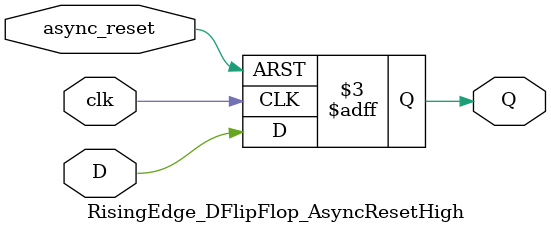
<source format=v>

module RisingEdge_DFlipFlop_AsyncResetHigh(D,clk,async_reset,Q);
input D; // Data input 
input clk; // clock input 
input async_reset; // asynchronous reset high level
output reg Q; // output Q 
always @(posedge clk or posedge async_reset) 
begin
 if(async_reset==1'b1)
  Q <= 1'b0; 
 else 
  Q <= D; 
end 
endmodule
</source>
